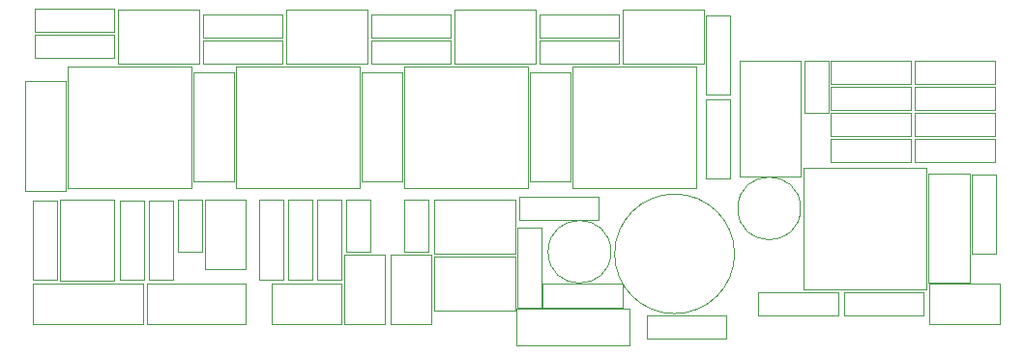
<source format=gbr>
G04 #@! TF.GenerationSoftware,KiCad,Pcbnew,8.0.2-8.0.2-0~ubuntu22.04.1*
G04 #@! TF.CreationDate,2024-06-08T14:45:23+02:00*
G04 #@! TF.ProjectId,schematic,73636865-6d61-4746-9963-2e6b69636164,rev?*
G04 #@! TF.SameCoordinates,Original*
G04 #@! TF.FileFunction,Other,User*
%FSLAX46Y46*%
G04 Gerber Fmt 4.6, Leading zero omitted, Abs format (unit mm)*
G04 Created by KiCad (PCBNEW 8.0.2-8.0.2-0~ubuntu22.04.1) date 2024-06-08 14:45:23*
%MOMM*%
%LPD*%
G01*
G04 APERTURE LIST*
%ADD10C,0.050000*%
G04 APERTURE END LIST*
D10*
G04 #@! TO.C,Q7*
X91446000Y-112692000D02*
X91446000Y-117432000D01*
X91446000Y-112692000D02*
X98546000Y-112692000D01*
X98546000Y-117432000D02*
X91446000Y-117432000D01*
X98546000Y-117432000D02*
X98546000Y-112692000D01*
G04 #@! TO.C,R21*
X133543000Y-95470000D02*
X133543000Y-97570000D01*
X133543000Y-97570000D02*
X140523000Y-97570000D01*
X140523000Y-95470000D02*
X133543000Y-95470000D01*
X140523000Y-97570000D02*
X140523000Y-95470000D01*
G04 #@! TO.C,SW2*
X87608000Y-112500000D02*
X87608000Y-118650000D01*
X87608000Y-118650000D02*
X91208000Y-118650000D01*
X91208000Y-112500000D02*
X87608000Y-112500000D01*
X91208000Y-118650000D02*
X91208000Y-112500000D01*
G04 #@! TO.C,R31*
X133543000Y-100042000D02*
X133543000Y-102142000D01*
X133543000Y-102142000D02*
X140523000Y-102142000D01*
X140523000Y-100042000D02*
X133543000Y-100042000D01*
X140523000Y-102142000D02*
X140523000Y-100042000D01*
G04 #@! TO.C,R22*
X133543000Y-102328000D02*
X133543000Y-104428000D01*
X133543000Y-104428000D02*
X140523000Y-104428000D01*
X140523000Y-102328000D02*
X133543000Y-102328000D01*
X140523000Y-104428000D02*
X140523000Y-102328000D01*
G04 #@! TO.C,U1*
X59380000Y-95986000D02*
X59380000Y-106686000D01*
X59380000Y-106686000D02*
X70180000Y-106686000D01*
X70180000Y-95986000D02*
X59380000Y-95986000D01*
X70180000Y-106686000D02*
X70180000Y-95986000D01*
G04 #@! TO.C,Q2*
X63760000Y-90996000D02*
X63760000Y-95736000D01*
X63760000Y-90996000D02*
X70860000Y-90996000D01*
X70860000Y-95736000D02*
X63760000Y-95736000D01*
X70860000Y-95736000D02*
X70860000Y-90996000D01*
G04 #@! TO.C,R15*
X66514000Y-107762000D02*
X66514000Y-114742000D01*
X66514000Y-114742000D02*
X68614000Y-114742000D01*
X68614000Y-107762000D02*
X66514000Y-107762000D01*
X68614000Y-114742000D02*
X68614000Y-107762000D01*
G04 #@! TO.C,R9*
X100650000Y-93692000D02*
X100650000Y-95792000D01*
X100650000Y-95792000D02*
X107630000Y-95792000D01*
X107630000Y-93692000D02*
X100650000Y-93692000D01*
X107630000Y-95792000D02*
X107630000Y-93692000D01*
G04 #@! TO.C,R24*
X138523000Y-105476000D02*
X138523000Y-112456000D01*
X138523000Y-112456000D02*
X140623000Y-112456000D01*
X140623000Y-105476000D02*
X138523000Y-105476000D01*
X140623000Y-112456000D02*
X140623000Y-105476000D01*
G04 #@! TO.C,C12*
X134725000Y-105386000D02*
X134725000Y-114986000D01*
X134725000Y-114986000D02*
X138325000Y-114986000D01*
X138325000Y-105386000D02*
X134725000Y-105386000D01*
X138325000Y-114986000D02*
X138325000Y-105386000D01*
G04 #@! TO.C,R25*
X126177000Y-102328000D02*
X126177000Y-104428000D01*
X126177000Y-104428000D02*
X133157000Y-104428000D01*
X133157000Y-102328000D02*
X126177000Y-102328000D01*
X133157000Y-104428000D02*
X133157000Y-102328000D01*
G04 #@! TO.C,C10*
X117761200Y-112445800D02*
G75*
G02*
X107261200Y-112445800I-5250000J0D01*
G01*
X107261200Y-112445800D02*
G75*
G02*
X117761200Y-112445800I5250000J0D01*
G01*
G04 #@! TO.C,C1*
X55604000Y-97308000D02*
X55604000Y-106908000D01*
X55604000Y-106908000D02*
X59204000Y-106908000D01*
X59204000Y-97308000D02*
X55604000Y-97308000D01*
X59204000Y-106908000D02*
X59204000Y-97308000D01*
G04 #@! TO.C,R4*
X71186000Y-91406000D02*
X71186000Y-93506000D01*
X71186000Y-93506000D02*
X78166000Y-93506000D01*
X78166000Y-91406000D02*
X71186000Y-91406000D01*
X78166000Y-93506000D02*
X78166000Y-91406000D01*
G04 #@! TO.C,R18*
X110048000Y-117822000D02*
X110048000Y-119922000D01*
X110048000Y-119922000D02*
X117028000Y-119922000D01*
X117028000Y-117822000D02*
X110048000Y-117822000D01*
X117028000Y-119922000D02*
X117028000Y-117822000D01*
G04 #@! TO.C,RV3*
X118224000Y-95524000D02*
X118224000Y-105624000D01*
X118224000Y-105624000D02*
X123574000Y-105624000D01*
X123574000Y-95524000D02*
X118224000Y-95524000D01*
X123574000Y-105624000D02*
X123574000Y-95524000D01*
G04 #@! TO.C,U5*
X123759000Y-104886000D02*
X123759000Y-115586000D01*
X123759000Y-115586000D02*
X134559000Y-115586000D01*
X134559000Y-104886000D02*
X123759000Y-104886000D01*
X134559000Y-115586000D02*
X134559000Y-104886000D01*
G04 #@! TO.C,Q1*
X91446000Y-107718000D02*
X91446000Y-112458000D01*
X91446000Y-107718000D02*
X98546000Y-107718000D01*
X98546000Y-112458000D02*
X91446000Y-112458000D01*
X98546000Y-112458000D02*
X98546000Y-107718000D01*
G04 #@! TO.C,R14*
X56354000Y-107762000D02*
X56354000Y-114742000D01*
X56354000Y-114742000D02*
X58454000Y-114742000D01*
X58454000Y-107762000D02*
X56354000Y-107762000D01*
X58454000Y-114742000D02*
X58454000Y-107762000D01*
G04 #@! TO.C,Q4*
X93224000Y-90996000D02*
X93224000Y-95736000D01*
X93224000Y-90996000D02*
X100324000Y-90996000D01*
X100324000Y-95736000D02*
X93224000Y-95736000D01*
X100324000Y-95736000D02*
X100324000Y-90996000D01*
G04 #@! TO.C,RV2*
X134842000Y-115040000D02*
X134842000Y-118640000D01*
X134842000Y-118640000D02*
X140992000Y-118640000D01*
X140992000Y-115040000D02*
X134842000Y-115040000D01*
X140992000Y-118640000D02*
X140992000Y-115040000D01*
G04 #@! TO.C,Q6*
X58696000Y-114802000D02*
X58696000Y-107702000D01*
X58696000Y-114802000D02*
X63436000Y-114802000D01*
X63436000Y-107702000D02*
X58696000Y-107702000D01*
X63436000Y-107702000D02*
X63436000Y-114802000D01*
G04 #@! TO.C,R13*
X115282000Y-98872000D02*
X115282000Y-105852000D01*
X115282000Y-105852000D02*
X117382000Y-105852000D01*
X117382000Y-98872000D02*
X115282000Y-98872000D01*
X117382000Y-105852000D02*
X117382000Y-98872000D01*
G04 #@! TO.C,R16*
X98872000Y-107408000D02*
X98872000Y-109508000D01*
X98872000Y-109508000D02*
X105852000Y-109508000D01*
X105852000Y-107408000D02*
X98872000Y-107408000D01*
X105852000Y-109508000D02*
X105852000Y-107408000D01*
G04 #@! TO.C,R29*
X126177000Y-100042000D02*
X126177000Y-102142000D01*
X126177000Y-102142000D02*
X133157000Y-102142000D01*
X133157000Y-100042000D02*
X126177000Y-100042000D01*
X133157000Y-102142000D02*
X133157000Y-100042000D01*
G04 #@! TO.C,C5*
X88866000Y-107662000D02*
X88866000Y-112262000D01*
X88866000Y-112262000D02*
X90966000Y-112262000D01*
X90966000Y-107662000D02*
X88866000Y-107662000D01*
X90966000Y-112262000D02*
X90966000Y-107662000D01*
G04 #@! TO.C,D1*
X98672000Y-117272000D02*
X98672000Y-120472000D01*
X98672000Y-120472000D02*
X108592000Y-120472000D01*
X108592000Y-117272000D02*
X98672000Y-117272000D01*
X108592000Y-120472000D02*
X108592000Y-117272000D01*
G04 #@! TO.C,R8*
X100650000Y-91406000D02*
X100650000Y-93506000D01*
X100650000Y-93506000D02*
X107630000Y-93506000D01*
X107630000Y-91406000D02*
X100650000Y-91406000D01*
X107630000Y-93506000D02*
X107630000Y-91406000D01*
G04 #@! TO.C,J2*
X66287000Y-115040000D02*
X66287000Y-118640000D01*
X66287000Y-118640000D02*
X74937000Y-118640000D01*
X74937000Y-115040000D02*
X66287000Y-115040000D01*
X74937000Y-118640000D02*
X74937000Y-115040000D01*
G04 #@! TO.C,R11*
X81246000Y-107722000D02*
X81246000Y-114702000D01*
X81246000Y-114702000D02*
X83346000Y-114702000D01*
X83346000Y-107722000D02*
X81246000Y-107722000D01*
X83346000Y-114702000D02*
X83346000Y-107722000D01*
G04 #@! TO.C,C11*
X123918000Y-95470000D02*
X123918000Y-100070000D01*
X123918000Y-100070000D02*
X126018000Y-100070000D01*
X126018000Y-95470000D02*
X123918000Y-95470000D01*
X126018000Y-100070000D02*
X126018000Y-95470000D01*
G04 #@! TO.C,R19*
X98772000Y-110154000D02*
X98772000Y-117134000D01*
X98772000Y-117134000D02*
X100872000Y-117134000D01*
X100872000Y-110154000D02*
X98772000Y-110154000D01*
X100872000Y-117134000D02*
X100872000Y-110154000D01*
G04 #@! TO.C,C7*
X69054000Y-107702000D02*
X69054000Y-112302000D01*
X69054000Y-112302000D02*
X71154000Y-112302000D01*
X71154000Y-107702000D02*
X69054000Y-107702000D01*
X71154000Y-112302000D02*
X71154000Y-107702000D01*
G04 #@! TO.C,Q5*
X107956000Y-90996000D02*
X107956000Y-95736000D01*
X107956000Y-90996000D02*
X115056000Y-90996000D01*
X115056000Y-95736000D02*
X107956000Y-95736000D01*
X115056000Y-95736000D02*
X115056000Y-90996000D01*
G04 #@! TO.C,C8*
X56354000Y-115040000D02*
X56354000Y-118640000D01*
X56354000Y-118640000D02*
X65954000Y-118640000D01*
X65954000Y-115040000D02*
X56354000Y-115040000D01*
X65954000Y-118640000D02*
X65954000Y-115040000D01*
G04 #@! TO.C,C6*
X83786000Y-107662000D02*
X83786000Y-112262000D01*
X83786000Y-112262000D02*
X85886000Y-112262000D01*
X85886000Y-107662000D02*
X83786000Y-107662000D01*
X85886000Y-112262000D02*
X85886000Y-107662000D01*
G04 #@! TO.C,C2*
X70336000Y-96486000D02*
X70336000Y-106086000D01*
X70336000Y-106086000D02*
X73936000Y-106086000D01*
X73936000Y-96486000D02*
X70336000Y-96486000D01*
X73936000Y-106086000D02*
X73936000Y-96486000D01*
G04 #@! TO.C,R3*
X56454000Y-93184000D02*
X56454000Y-95284000D01*
X56454000Y-95284000D02*
X63434000Y-95284000D01*
X63434000Y-93184000D02*
X56454000Y-93184000D01*
X63434000Y-95284000D02*
X63434000Y-93184000D01*
G04 #@! TO.C,R23*
X119827000Y-115790000D02*
X119827000Y-117890000D01*
X119827000Y-117890000D02*
X126807000Y-117890000D01*
X126807000Y-115790000D02*
X119827000Y-115790000D01*
X126807000Y-117890000D02*
X126807000Y-115790000D01*
G04 #@! TO.C,C4*
X99800000Y-96486000D02*
X99800000Y-106086000D01*
X99800000Y-106086000D02*
X103400000Y-106086000D01*
X103400000Y-96486000D02*
X99800000Y-96486000D01*
X103400000Y-106086000D02*
X103400000Y-96486000D01*
G04 #@! TO.C,U4*
X103576000Y-95986000D02*
X103576000Y-106686000D01*
X103576000Y-106686000D02*
X114376000Y-106686000D01*
X114376000Y-95986000D02*
X103576000Y-95986000D01*
X114376000Y-106686000D02*
X114376000Y-95986000D01*
G04 #@! TO.C,R20*
X126177000Y-95470000D02*
X126177000Y-97570000D01*
X126177000Y-97570000D02*
X133157000Y-97570000D01*
X133157000Y-95470000D02*
X126177000Y-95470000D01*
X133157000Y-97570000D02*
X133157000Y-95470000D01*
G04 #@! TO.C,R17*
X100954800Y-115078800D02*
X100954800Y-117178800D01*
X100954800Y-117178800D02*
X107934800Y-117178800D01*
X107934800Y-115078800D02*
X100954800Y-115078800D01*
X107934800Y-117178800D02*
X107934800Y-115078800D01*
G04 #@! TO.C,R1*
X56454000Y-90898000D02*
X56454000Y-92998000D01*
X56454000Y-92998000D02*
X63434000Y-92998000D01*
X63434000Y-90898000D02*
X56454000Y-90898000D01*
X63434000Y-92998000D02*
X63434000Y-90898000D01*
G04 #@! TO.C,C9*
X106934888Y-112268000D02*
G75*
G02*
X101434888Y-112268000I-2750000J0D01*
G01*
X101434888Y-112268000D02*
G75*
G02*
X106934888Y-112268000I2750000J0D01*
G01*
G04 #@! TO.C,C14*
X123547000Y-108458000D02*
G75*
G02*
X118047000Y-108458000I-2750000J0D01*
G01*
X118047000Y-108458000D02*
G75*
G02*
X123547000Y-108458000I2750000J0D01*
G01*
G04 #@! TO.C,R7*
X85918000Y-93692000D02*
X85918000Y-95792000D01*
X85918000Y-95792000D02*
X92898000Y-95792000D01*
X92898000Y-93692000D02*
X85918000Y-93692000D01*
X92898000Y-95792000D02*
X92898000Y-93692000D01*
G04 #@! TO.C,R6*
X85918000Y-91406000D02*
X85918000Y-93506000D01*
X85918000Y-93506000D02*
X92898000Y-93506000D01*
X92898000Y-91406000D02*
X85918000Y-91406000D01*
X92898000Y-93506000D02*
X92898000Y-91406000D01*
G04 #@! TO.C,C3*
X85068000Y-96486000D02*
X85068000Y-106086000D01*
X85068000Y-106086000D02*
X88668000Y-106086000D01*
X88668000Y-96486000D02*
X85068000Y-96486000D01*
X88668000Y-106086000D02*
X88668000Y-96486000D01*
G04 #@! TO.C,Q3*
X78492000Y-90996000D02*
X78492000Y-95736000D01*
X78492000Y-90996000D02*
X85592000Y-90996000D01*
X85592000Y-95736000D02*
X78492000Y-95736000D01*
X85592000Y-95736000D02*
X85592000Y-90996000D01*
G04 #@! TO.C,R28*
X126177000Y-97756000D02*
X126177000Y-99856000D01*
X126177000Y-99856000D02*
X133157000Y-99856000D01*
X133157000Y-97756000D02*
X126177000Y-97756000D01*
X133157000Y-99856000D02*
X133157000Y-97756000D01*
G04 #@! TO.C,R12*
X115282000Y-91506000D02*
X115282000Y-98486000D01*
X115282000Y-98486000D02*
X117382000Y-98486000D01*
X117382000Y-91506000D02*
X115282000Y-91506000D01*
X117382000Y-98486000D02*
X117382000Y-91506000D01*
G04 #@! TO.C,R5*
X71186000Y-93692000D02*
X71186000Y-95792000D01*
X71186000Y-95792000D02*
X78166000Y-95792000D01*
X78166000Y-93692000D02*
X71186000Y-93692000D01*
X78166000Y-95792000D02*
X78166000Y-93692000D01*
G04 #@! TO.C,U2*
X74112000Y-95986000D02*
X74112000Y-106686000D01*
X74112000Y-106686000D02*
X84912000Y-106686000D01*
X84912000Y-95986000D02*
X74112000Y-95986000D01*
X84912000Y-106686000D02*
X84912000Y-95986000D01*
G04 #@! TO.C,R26*
X127320000Y-115790000D02*
X127320000Y-117890000D01*
X127320000Y-117890000D02*
X134300000Y-117890000D01*
X134300000Y-115790000D02*
X127320000Y-115790000D01*
X134300000Y-117890000D02*
X134300000Y-115790000D01*
G04 #@! TO.C,R10*
X78706000Y-107722000D02*
X78706000Y-114702000D01*
X78706000Y-114702000D02*
X80806000Y-114702000D01*
X80806000Y-107722000D02*
X78706000Y-107722000D01*
X80806000Y-114702000D02*
X80806000Y-107722000D01*
G04 #@! TO.C,R27*
X63974000Y-107762000D02*
X63974000Y-114742000D01*
X63974000Y-114742000D02*
X66074000Y-114742000D01*
X66074000Y-107762000D02*
X63974000Y-107762000D01*
X66074000Y-114742000D02*
X66074000Y-107762000D01*
G04 #@! TO.C,BT1*
X71352000Y-107669000D02*
X71352000Y-113819000D01*
X71352000Y-113819000D02*
X74952000Y-113819000D01*
X74952000Y-107669000D02*
X71352000Y-107669000D01*
X74952000Y-113819000D02*
X74952000Y-107669000D01*
G04 #@! TO.C,J1*
X77194000Y-115040000D02*
X77194000Y-118640000D01*
X77194000Y-118640000D02*
X83344000Y-118640000D01*
X83344000Y-115040000D02*
X77194000Y-115040000D01*
X83344000Y-118640000D02*
X83344000Y-115040000D01*
G04 #@! TO.C,U3*
X88844000Y-95986000D02*
X88844000Y-106686000D01*
X88844000Y-106686000D02*
X99644000Y-106686000D01*
X99644000Y-95986000D02*
X88844000Y-95986000D01*
X99644000Y-106686000D02*
X99644000Y-95986000D01*
G04 #@! TO.C,R2*
X76166000Y-107722000D02*
X76166000Y-114702000D01*
X76166000Y-114702000D02*
X78266000Y-114702000D01*
X78266000Y-107722000D02*
X76166000Y-107722000D01*
X78266000Y-114702000D02*
X78266000Y-107722000D01*
G04 #@! TO.C,R30*
X133543000Y-97756000D02*
X133543000Y-99856000D01*
X133543000Y-99856000D02*
X140523000Y-99856000D01*
X140523000Y-97756000D02*
X133543000Y-97756000D01*
X140523000Y-99856000D02*
X140523000Y-97756000D01*
G04 #@! TO.C,RV1*
X83544000Y-112500000D02*
X83544000Y-118650000D01*
X83544000Y-118650000D02*
X87144000Y-118650000D01*
X87144000Y-112500000D02*
X83544000Y-112500000D01*
X87144000Y-118650000D02*
X87144000Y-112500000D01*
G04 #@! TD*
M02*

</source>
